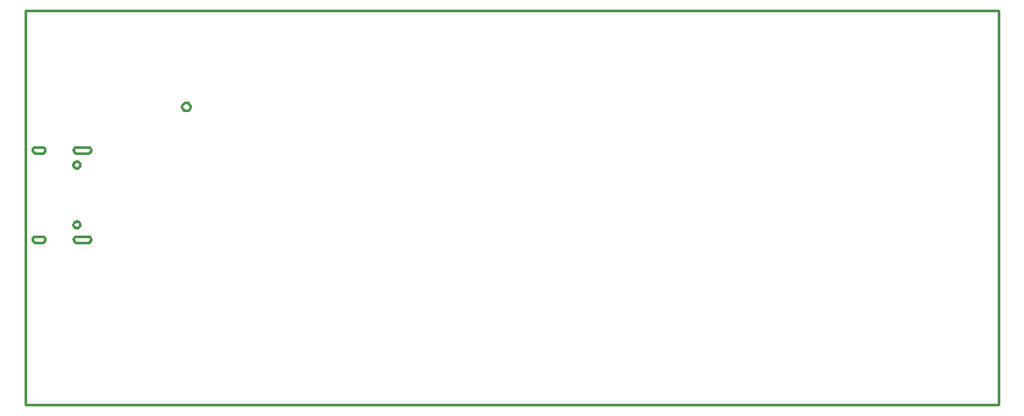
<source format=gko>
G04 EAGLE Gerber RS-274X export*
G75*
%MOMM*%
%FSLAX34Y34*%
%LPD*%
%IN*%
%IPPOS*%
%AMOC8*
5,1,8,0,0,1.08239X$1,22.5*%
G01*
%ADD10C,0.203200*%
%ADD11C,0.000000*%
%ADD12C,0.010000*%
%ADD13C,0.254000*%


D10*
X25400Y0D02*
X965200Y0D01*
X965200Y381000D01*
X25400Y381000D01*
X25400Y0D01*
D11*
X176180Y288290D02*
X176182Y288416D01*
X176188Y288542D01*
X176198Y288668D01*
X176212Y288794D01*
X176230Y288919D01*
X176252Y289043D01*
X176277Y289167D01*
X176307Y289290D01*
X176340Y289411D01*
X176378Y289532D01*
X176419Y289651D01*
X176464Y289770D01*
X176512Y289886D01*
X176564Y290001D01*
X176620Y290114D01*
X176680Y290226D01*
X176743Y290335D01*
X176809Y290443D01*
X176878Y290548D01*
X176951Y290651D01*
X177028Y290752D01*
X177107Y290850D01*
X177189Y290946D01*
X177275Y291039D01*
X177363Y291130D01*
X177454Y291217D01*
X177548Y291302D01*
X177644Y291383D01*
X177743Y291462D01*
X177844Y291537D01*
X177948Y291609D01*
X178054Y291678D01*
X178162Y291744D01*
X178272Y291806D01*
X178384Y291864D01*
X178497Y291919D01*
X178613Y291970D01*
X178730Y292018D01*
X178848Y292062D01*
X178968Y292102D01*
X179089Y292138D01*
X179211Y292171D01*
X179334Y292200D01*
X179458Y292224D01*
X179582Y292245D01*
X179707Y292262D01*
X179833Y292275D01*
X179959Y292284D01*
X180085Y292289D01*
X180212Y292290D01*
X180338Y292287D01*
X180464Y292280D01*
X180590Y292269D01*
X180715Y292254D01*
X180840Y292235D01*
X180964Y292212D01*
X181088Y292186D01*
X181210Y292155D01*
X181332Y292121D01*
X181452Y292082D01*
X181571Y292040D01*
X181689Y291995D01*
X181805Y291945D01*
X181920Y291892D01*
X182032Y291835D01*
X182143Y291775D01*
X182252Y291711D01*
X182359Y291644D01*
X182464Y291574D01*
X182567Y291500D01*
X182667Y291423D01*
X182765Y291343D01*
X182860Y291260D01*
X182952Y291174D01*
X183042Y291085D01*
X183129Y290993D01*
X183212Y290899D01*
X183293Y290802D01*
X183371Y290702D01*
X183446Y290600D01*
X183517Y290496D01*
X183585Y290389D01*
X183649Y290281D01*
X183710Y290170D01*
X183768Y290058D01*
X183822Y289944D01*
X183872Y289828D01*
X183919Y289711D01*
X183962Y289592D01*
X184001Y289472D01*
X184037Y289351D01*
X184068Y289228D01*
X184096Y289105D01*
X184120Y288981D01*
X184140Y288856D01*
X184156Y288731D01*
X184168Y288605D01*
X184176Y288479D01*
X184180Y288353D01*
X184180Y288227D01*
X184176Y288101D01*
X184168Y287975D01*
X184156Y287849D01*
X184140Y287724D01*
X184120Y287599D01*
X184096Y287475D01*
X184068Y287352D01*
X184037Y287229D01*
X184001Y287108D01*
X183962Y286988D01*
X183919Y286869D01*
X183872Y286752D01*
X183822Y286636D01*
X183768Y286522D01*
X183710Y286410D01*
X183649Y286299D01*
X183585Y286191D01*
X183517Y286084D01*
X183446Y285980D01*
X183371Y285878D01*
X183293Y285778D01*
X183212Y285681D01*
X183129Y285587D01*
X183042Y285495D01*
X182952Y285406D01*
X182860Y285320D01*
X182765Y285237D01*
X182667Y285157D01*
X182567Y285080D01*
X182464Y285006D01*
X182359Y284936D01*
X182252Y284869D01*
X182143Y284805D01*
X182032Y284745D01*
X181920Y284688D01*
X181805Y284635D01*
X181689Y284585D01*
X181571Y284540D01*
X181452Y284498D01*
X181332Y284459D01*
X181210Y284425D01*
X181088Y284394D01*
X180964Y284368D01*
X180840Y284345D01*
X180715Y284326D01*
X180590Y284311D01*
X180464Y284300D01*
X180338Y284293D01*
X180212Y284290D01*
X180085Y284291D01*
X179959Y284296D01*
X179833Y284305D01*
X179707Y284318D01*
X179582Y284335D01*
X179458Y284356D01*
X179334Y284380D01*
X179211Y284409D01*
X179089Y284442D01*
X178968Y284478D01*
X178848Y284518D01*
X178730Y284562D01*
X178613Y284610D01*
X178497Y284661D01*
X178384Y284716D01*
X178272Y284774D01*
X178162Y284836D01*
X178054Y284902D01*
X177948Y284971D01*
X177844Y285043D01*
X177743Y285118D01*
X177644Y285197D01*
X177548Y285278D01*
X177454Y285363D01*
X177363Y285450D01*
X177275Y285541D01*
X177189Y285634D01*
X177107Y285730D01*
X177028Y285828D01*
X176951Y285929D01*
X176878Y286032D01*
X176809Y286137D01*
X176743Y286245D01*
X176680Y286354D01*
X176620Y286466D01*
X176564Y286579D01*
X176512Y286694D01*
X176464Y286810D01*
X176419Y286929D01*
X176378Y287048D01*
X176340Y287169D01*
X176307Y287290D01*
X176277Y287413D01*
X176252Y287537D01*
X176230Y287661D01*
X176212Y287786D01*
X176198Y287912D01*
X176188Y288038D01*
X176182Y288164D01*
X176180Y288290D01*
X71200Y232100D02*
X71202Y232213D01*
X71208Y232327D01*
X71218Y232440D01*
X71232Y232552D01*
X71249Y232664D01*
X71271Y232776D01*
X71297Y232886D01*
X71326Y232996D01*
X71359Y233104D01*
X71396Y233212D01*
X71437Y233317D01*
X71481Y233422D01*
X71529Y233525D01*
X71580Y233626D01*
X71635Y233725D01*
X71694Y233822D01*
X71756Y233917D01*
X71821Y234010D01*
X71889Y234101D01*
X71960Y234189D01*
X72035Y234275D01*
X72112Y234358D01*
X72192Y234438D01*
X72275Y234515D01*
X72361Y234590D01*
X72449Y234661D01*
X72540Y234729D01*
X72633Y234794D01*
X72728Y234856D01*
X72825Y234915D01*
X72924Y234970D01*
X73025Y235021D01*
X73128Y235069D01*
X73233Y235113D01*
X73338Y235154D01*
X73446Y235191D01*
X73554Y235224D01*
X73664Y235253D01*
X73774Y235279D01*
X73886Y235301D01*
X73998Y235318D01*
X74110Y235332D01*
X74223Y235342D01*
X74337Y235348D01*
X74450Y235350D01*
X74563Y235348D01*
X74677Y235342D01*
X74790Y235332D01*
X74902Y235318D01*
X75014Y235301D01*
X75126Y235279D01*
X75236Y235253D01*
X75346Y235224D01*
X75454Y235191D01*
X75562Y235154D01*
X75667Y235113D01*
X75772Y235069D01*
X75875Y235021D01*
X75976Y234970D01*
X76075Y234915D01*
X76172Y234856D01*
X76267Y234794D01*
X76360Y234729D01*
X76451Y234661D01*
X76539Y234590D01*
X76625Y234515D01*
X76708Y234438D01*
X76788Y234358D01*
X76865Y234275D01*
X76940Y234189D01*
X77011Y234101D01*
X77079Y234010D01*
X77144Y233917D01*
X77206Y233822D01*
X77265Y233725D01*
X77320Y233626D01*
X77371Y233525D01*
X77419Y233422D01*
X77463Y233317D01*
X77504Y233212D01*
X77541Y233104D01*
X77574Y232996D01*
X77603Y232886D01*
X77629Y232776D01*
X77651Y232664D01*
X77668Y232552D01*
X77682Y232440D01*
X77692Y232327D01*
X77698Y232213D01*
X77700Y232100D01*
X77698Y231987D01*
X77692Y231873D01*
X77682Y231760D01*
X77668Y231648D01*
X77651Y231536D01*
X77629Y231424D01*
X77603Y231314D01*
X77574Y231204D01*
X77541Y231096D01*
X77504Y230988D01*
X77463Y230883D01*
X77419Y230778D01*
X77371Y230675D01*
X77320Y230574D01*
X77265Y230475D01*
X77206Y230378D01*
X77144Y230283D01*
X77079Y230190D01*
X77011Y230099D01*
X76940Y230011D01*
X76865Y229925D01*
X76788Y229842D01*
X76708Y229762D01*
X76625Y229685D01*
X76539Y229610D01*
X76451Y229539D01*
X76360Y229471D01*
X76267Y229406D01*
X76172Y229344D01*
X76075Y229285D01*
X75976Y229230D01*
X75875Y229179D01*
X75772Y229131D01*
X75667Y229087D01*
X75562Y229046D01*
X75454Y229009D01*
X75346Y228976D01*
X75236Y228947D01*
X75126Y228921D01*
X75014Y228899D01*
X74902Y228882D01*
X74790Y228868D01*
X74677Y228858D01*
X74563Y228852D01*
X74450Y228850D01*
X74337Y228852D01*
X74223Y228858D01*
X74110Y228868D01*
X73998Y228882D01*
X73886Y228899D01*
X73774Y228921D01*
X73664Y228947D01*
X73554Y228976D01*
X73446Y229009D01*
X73338Y229046D01*
X73233Y229087D01*
X73128Y229131D01*
X73025Y229179D01*
X72924Y229230D01*
X72825Y229285D01*
X72728Y229344D01*
X72633Y229406D01*
X72540Y229471D01*
X72449Y229539D01*
X72361Y229610D01*
X72275Y229685D01*
X72192Y229762D01*
X72112Y229842D01*
X72035Y229925D01*
X71960Y230011D01*
X71889Y230099D01*
X71821Y230190D01*
X71756Y230283D01*
X71694Y230378D01*
X71635Y230475D01*
X71580Y230574D01*
X71529Y230675D01*
X71481Y230778D01*
X71437Y230883D01*
X71396Y230988D01*
X71359Y231096D01*
X71326Y231204D01*
X71297Y231314D01*
X71271Y231424D01*
X71249Y231536D01*
X71232Y231648D01*
X71218Y231760D01*
X71208Y231873D01*
X71202Y231987D01*
X71200Y232100D01*
X71200Y174300D02*
X71202Y174413D01*
X71208Y174527D01*
X71218Y174640D01*
X71232Y174752D01*
X71249Y174864D01*
X71271Y174976D01*
X71297Y175086D01*
X71326Y175196D01*
X71359Y175304D01*
X71396Y175412D01*
X71437Y175517D01*
X71481Y175622D01*
X71529Y175725D01*
X71580Y175826D01*
X71635Y175925D01*
X71694Y176022D01*
X71756Y176117D01*
X71821Y176210D01*
X71889Y176301D01*
X71960Y176389D01*
X72035Y176475D01*
X72112Y176558D01*
X72192Y176638D01*
X72275Y176715D01*
X72361Y176790D01*
X72449Y176861D01*
X72540Y176929D01*
X72633Y176994D01*
X72728Y177056D01*
X72825Y177115D01*
X72924Y177170D01*
X73025Y177221D01*
X73128Y177269D01*
X73233Y177313D01*
X73338Y177354D01*
X73446Y177391D01*
X73554Y177424D01*
X73664Y177453D01*
X73774Y177479D01*
X73886Y177501D01*
X73998Y177518D01*
X74110Y177532D01*
X74223Y177542D01*
X74337Y177548D01*
X74450Y177550D01*
X74563Y177548D01*
X74677Y177542D01*
X74790Y177532D01*
X74902Y177518D01*
X75014Y177501D01*
X75126Y177479D01*
X75236Y177453D01*
X75346Y177424D01*
X75454Y177391D01*
X75562Y177354D01*
X75667Y177313D01*
X75772Y177269D01*
X75875Y177221D01*
X75976Y177170D01*
X76075Y177115D01*
X76172Y177056D01*
X76267Y176994D01*
X76360Y176929D01*
X76451Y176861D01*
X76539Y176790D01*
X76625Y176715D01*
X76708Y176638D01*
X76788Y176558D01*
X76865Y176475D01*
X76940Y176389D01*
X77011Y176301D01*
X77079Y176210D01*
X77144Y176117D01*
X77206Y176022D01*
X77265Y175925D01*
X77320Y175826D01*
X77371Y175725D01*
X77419Y175622D01*
X77463Y175517D01*
X77504Y175412D01*
X77541Y175304D01*
X77574Y175196D01*
X77603Y175086D01*
X77629Y174976D01*
X77651Y174864D01*
X77668Y174752D01*
X77682Y174640D01*
X77692Y174527D01*
X77698Y174413D01*
X77700Y174300D01*
X77698Y174187D01*
X77692Y174073D01*
X77682Y173960D01*
X77668Y173848D01*
X77651Y173736D01*
X77629Y173624D01*
X77603Y173514D01*
X77574Y173404D01*
X77541Y173296D01*
X77504Y173188D01*
X77463Y173083D01*
X77419Y172978D01*
X77371Y172875D01*
X77320Y172774D01*
X77265Y172675D01*
X77206Y172578D01*
X77144Y172483D01*
X77079Y172390D01*
X77011Y172299D01*
X76940Y172211D01*
X76865Y172125D01*
X76788Y172042D01*
X76708Y171962D01*
X76625Y171885D01*
X76539Y171810D01*
X76451Y171739D01*
X76360Y171671D01*
X76267Y171606D01*
X76172Y171544D01*
X76075Y171485D01*
X75976Y171430D01*
X75875Y171379D01*
X75772Y171331D01*
X75667Y171287D01*
X75562Y171246D01*
X75454Y171209D01*
X75346Y171176D01*
X75236Y171147D01*
X75126Y171121D01*
X75014Y171099D01*
X74902Y171082D01*
X74790Y171068D01*
X74677Y171058D01*
X74563Y171052D01*
X74450Y171050D01*
X74337Y171052D01*
X74223Y171058D01*
X74110Y171068D01*
X73998Y171082D01*
X73886Y171099D01*
X73774Y171121D01*
X73664Y171147D01*
X73554Y171176D01*
X73446Y171209D01*
X73338Y171246D01*
X73233Y171287D01*
X73128Y171331D01*
X73025Y171379D01*
X72924Y171430D01*
X72825Y171485D01*
X72728Y171544D01*
X72633Y171606D01*
X72540Y171671D01*
X72449Y171739D01*
X72361Y171810D01*
X72275Y171885D01*
X72192Y171962D01*
X72112Y172042D01*
X72035Y172125D01*
X71960Y172211D01*
X71889Y172299D01*
X71821Y172390D01*
X71756Y172483D01*
X71694Y172578D01*
X71635Y172675D01*
X71580Y172774D01*
X71529Y172875D01*
X71481Y172978D01*
X71437Y173083D01*
X71396Y173188D01*
X71359Y173296D01*
X71326Y173404D01*
X71297Y173514D01*
X71271Y173624D01*
X71249Y173736D01*
X71232Y173848D01*
X71218Y173960D01*
X71208Y174073D01*
X71202Y174187D01*
X71200Y174300D01*
D12*
X41100Y249400D02*
X34900Y249400D01*
X34900Y243400D02*
X41100Y243400D01*
X41208Y243402D01*
X41316Y243408D01*
X41424Y243418D01*
X41532Y243431D01*
X41639Y243449D01*
X41745Y243470D01*
X41850Y243495D01*
X41955Y243524D01*
X42058Y243557D01*
X42160Y243593D01*
X42261Y243634D01*
X42360Y243677D01*
X42457Y243725D01*
X42553Y243775D01*
X42647Y243829D01*
X42738Y243887D01*
X42828Y243948D01*
X42916Y244012D01*
X43001Y244079D01*
X43083Y244149D01*
X43163Y244222D01*
X43240Y244298D01*
X43315Y244377D01*
X43386Y244458D01*
X43455Y244542D01*
X43521Y244628D01*
X43583Y244716D01*
X43642Y244807D01*
X43698Y244900D01*
X43751Y244995D01*
X43800Y245091D01*
X43845Y245190D01*
X43887Y245290D01*
X43925Y245391D01*
X43960Y245494D01*
X43991Y245597D01*
X44018Y245702D01*
X44041Y245808D01*
X44060Y245915D01*
X44076Y246022D01*
X44088Y246130D01*
X44096Y246238D01*
X44100Y246346D01*
X44100Y246454D01*
X44096Y246562D01*
X44088Y246670D01*
X44076Y246778D01*
X44060Y246885D01*
X44041Y246992D01*
X44018Y247098D01*
X43991Y247203D01*
X43960Y247306D01*
X43925Y247409D01*
X43887Y247510D01*
X43845Y247610D01*
X43800Y247709D01*
X43751Y247805D01*
X43698Y247900D01*
X43642Y247993D01*
X43583Y248084D01*
X43521Y248172D01*
X43455Y248258D01*
X43386Y248342D01*
X43315Y248423D01*
X43240Y248502D01*
X43163Y248578D01*
X43083Y248651D01*
X43001Y248721D01*
X42916Y248788D01*
X42828Y248852D01*
X42738Y248913D01*
X42647Y248971D01*
X42553Y249025D01*
X42457Y249075D01*
X42360Y249123D01*
X42261Y249166D01*
X42160Y249207D01*
X42058Y249243D01*
X41955Y249276D01*
X41850Y249305D01*
X41745Y249330D01*
X41639Y249351D01*
X41532Y249369D01*
X41424Y249382D01*
X41316Y249392D01*
X41208Y249398D01*
X41100Y249400D01*
X34900Y249400D02*
X34792Y249398D01*
X34684Y249392D01*
X34576Y249382D01*
X34468Y249369D01*
X34361Y249351D01*
X34255Y249330D01*
X34150Y249305D01*
X34045Y249276D01*
X33942Y249243D01*
X33840Y249207D01*
X33739Y249166D01*
X33640Y249123D01*
X33543Y249075D01*
X33447Y249025D01*
X33353Y248971D01*
X33262Y248913D01*
X33172Y248852D01*
X33084Y248788D01*
X32999Y248721D01*
X32917Y248651D01*
X32837Y248578D01*
X32760Y248502D01*
X32685Y248423D01*
X32614Y248342D01*
X32545Y248258D01*
X32479Y248172D01*
X32417Y248084D01*
X32358Y247993D01*
X32302Y247900D01*
X32249Y247805D01*
X32200Y247709D01*
X32155Y247610D01*
X32113Y247510D01*
X32075Y247409D01*
X32040Y247306D01*
X32009Y247203D01*
X31982Y247098D01*
X31959Y246992D01*
X31940Y246885D01*
X31924Y246778D01*
X31912Y246670D01*
X31904Y246562D01*
X31900Y246454D01*
X31900Y246346D01*
X31904Y246238D01*
X31912Y246130D01*
X31924Y246022D01*
X31940Y245915D01*
X31959Y245808D01*
X31982Y245702D01*
X32009Y245597D01*
X32040Y245494D01*
X32075Y245391D01*
X32113Y245290D01*
X32155Y245190D01*
X32200Y245091D01*
X32249Y244995D01*
X32302Y244900D01*
X32358Y244807D01*
X32417Y244716D01*
X32479Y244628D01*
X32545Y244542D01*
X32614Y244458D01*
X32685Y244377D01*
X32760Y244298D01*
X32837Y244222D01*
X32917Y244149D01*
X32999Y244079D01*
X33084Y244012D01*
X33172Y243948D01*
X33262Y243887D01*
X33353Y243829D01*
X33447Y243775D01*
X33543Y243725D01*
X33640Y243677D01*
X33739Y243634D01*
X33840Y243593D01*
X33942Y243557D01*
X34045Y243524D01*
X34150Y243495D01*
X34255Y243470D01*
X34361Y243449D01*
X34468Y243431D01*
X34576Y243418D01*
X34684Y243408D01*
X34792Y243402D01*
X34900Y243400D01*
X74250Y249400D02*
X85250Y249400D01*
X85250Y243400D02*
X74250Y243400D01*
X74142Y243402D01*
X74034Y243408D01*
X73926Y243418D01*
X73818Y243431D01*
X73711Y243449D01*
X73605Y243470D01*
X73500Y243495D01*
X73395Y243524D01*
X73292Y243557D01*
X73190Y243593D01*
X73089Y243634D01*
X72990Y243677D01*
X72893Y243725D01*
X72797Y243775D01*
X72703Y243829D01*
X72612Y243887D01*
X72522Y243948D01*
X72434Y244012D01*
X72349Y244079D01*
X72267Y244149D01*
X72187Y244222D01*
X72110Y244298D01*
X72035Y244377D01*
X71964Y244458D01*
X71895Y244542D01*
X71829Y244628D01*
X71767Y244716D01*
X71708Y244807D01*
X71652Y244900D01*
X71599Y244995D01*
X71550Y245091D01*
X71505Y245190D01*
X71463Y245290D01*
X71425Y245391D01*
X71390Y245494D01*
X71359Y245597D01*
X71332Y245702D01*
X71309Y245808D01*
X71290Y245915D01*
X71274Y246022D01*
X71262Y246130D01*
X71254Y246238D01*
X71250Y246346D01*
X71250Y246454D01*
X71254Y246562D01*
X71262Y246670D01*
X71274Y246778D01*
X71290Y246885D01*
X71309Y246992D01*
X71332Y247098D01*
X71359Y247203D01*
X71390Y247306D01*
X71425Y247409D01*
X71463Y247510D01*
X71505Y247610D01*
X71550Y247709D01*
X71599Y247805D01*
X71652Y247900D01*
X71708Y247993D01*
X71767Y248084D01*
X71829Y248172D01*
X71895Y248258D01*
X71964Y248342D01*
X72035Y248423D01*
X72110Y248502D01*
X72187Y248578D01*
X72267Y248651D01*
X72349Y248721D01*
X72434Y248788D01*
X72522Y248852D01*
X72612Y248913D01*
X72703Y248971D01*
X72797Y249025D01*
X72893Y249075D01*
X72990Y249123D01*
X73089Y249166D01*
X73190Y249207D01*
X73292Y249243D01*
X73395Y249276D01*
X73500Y249305D01*
X73605Y249330D01*
X73711Y249351D01*
X73818Y249369D01*
X73926Y249382D01*
X74034Y249392D01*
X74142Y249398D01*
X74250Y249400D01*
X85250Y249400D02*
X85358Y249398D01*
X85466Y249392D01*
X85574Y249382D01*
X85682Y249369D01*
X85789Y249351D01*
X85895Y249330D01*
X86000Y249305D01*
X86105Y249276D01*
X86208Y249243D01*
X86310Y249207D01*
X86411Y249166D01*
X86510Y249123D01*
X86607Y249075D01*
X86703Y249025D01*
X86797Y248971D01*
X86888Y248913D01*
X86978Y248852D01*
X87066Y248788D01*
X87151Y248721D01*
X87233Y248651D01*
X87313Y248578D01*
X87390Y248502D01*
X87465Y248423D01*
X87536Y248342D01*
X87605Y248258D01*
X87671Y248172D01*
X87733Y248084D01*
X87792Y247993D01*
X87848Y247900D01*
X87901Y247805D01*
X87950Y247709D01*
X87995Y247610D01*
X88037Y247510D01*
X88075Y247409D01*
X88110Y247306D01*
X88141Y247203D01*
X88168Y247098D01*
X88191Y246992D01*
X88210Y246885D01*
X88226Y246778D01*
X88238Y246670D01*
X88246Y246562D01*
X88250Y246454D01*
X88250Y246346D01*
X88246Y246238D01*
X88238Y246130D01*
X88226Y246022D01*
X88210Y245915D01*
X88191Y245808D01*
X88168Y245702D01*
X88141Y245597D01*
X88110Y245494D01*
X88075Y245391D01*
X88037Y245290D01*
X87995Y245190D01*
X87950Y245091D01*
X87901Y244995D01*
X87848Y244900D01*
X87792Y244807D01*
X87733Y244716D01*
X87671Y244628D01*
X87605Y244542D01*
X87536Y244458D01*
X87465Y244377D01*
X87390Y244298D01*
X87313Y244222D01*
X87233Y244149D01*
X87151Y244079D01*
X87066Y244012D01*
X86978Y243948D01*
X86888Y243887D01*
X86797Y243829D01*
X86703Y243775D01*
X86607Y243725D01*
X86510Y243677D01*
X86411Y243634D01*
X86310Y243593D01*
X86208Y243557D01*
X86105Y243524D01*
X86000Y243495D01*
X85895Y243470D01*
X85789Y243449D01*
X85682Y243431D01*
X85574Y243418D01*
X85466Y243408D01*
X85358Y243402D01*
X85250Y243400D01*
X41100Y163000D02*
X34900Y163000D01*
X34900Y157000D02*
X41100Y157000D01*
X41208Y157002D01*
X41316Y157008D01*
X41424Y157018D01*
X41532Y157031D01*
X41639Y157049D01*
X41745Y157070D01*
X41850Y157095D01*
X41955Y157124D01*
X42058Y157157D01*
X42160Y157193D01*
X42261Y157234D01*
X42360Y157277D01*
X42457Y157325D01*
X42553Y157375D01*
X42647Y157429D01*
X42738Y157487D01*
X42828Y157548D01*
X42916Y157612D01*
X43001Y157679D01*
X43083Y157749D01*
X43163Y157822D01*
X43240Y157898D01*
X43315Y157977D01*
X43386Y158058D01*
X43455Y158142D01*
X43521Y158228D01*
X43583Y158316D01*
X43642Y158407D01*
X43698Y158500D01*
X43751Y158595D01*
X43800Y158691D01*
X43845Y158790D01*
X43887Y158890D01*
X43925Y158991D01*
X43960Y159094D01*
X43991Y159197D01*
X44018Y159302D01*
X44041Y159408D01*
X44060Y159515D01*
X44076Y159622D01*
X44088Y159730D01*
X44096Y159838D01*
X44100Y159946D01*
X44100Y160054D01*
X44096Y160162D01*
X44088Y160270D01*
X44076Y160378D01*
X44060Y160485D01*
X44041Y160592D01*
X44018Y160698D01*
X43991Y160803D01*
X43960Y160906D01*
X43925Y161009D01*
X43887Y161110D01*
X43845Y161210D01*
X43800Y161309D01*
X43751Y161405D01*
X43698Y161500D01*
X43642Y161593D01*
X43583Y161684D01*
X43521Y161772D01*
X43455Y161858D01*
X43386Y161942D01*
X43315Y162023D01*
X43240Y162102D01*
X43163Y162178D01*
X43083Y162251D01*
X43001Y162321D01*
X42916Y162388D01*
X42828Y162452D01*
X42738Y162513D01*
X42647Y162571D01*
X42553Y162625D01*
X42457Y162675D01*
X42360Y162723D01*
X42261Y162766D01*
X42160Y162807D01*
X42058Y162843D01*
X41955Y162876D01*
X41850Y162905D01*
X41745Y162930D01*
X41639Y162951D01*
X41532Y162969D01*
X41424Y162982D01*
X41316Y162992D01*
X41208Y162998D01*
X41100Y163000D01*
X34900Y163000D02*
X34792Y162998D01*
X34684Y162992D01*
X34576Y162982D01*
X34468Y162969D01*
X34361Y162951D01*
X34255Y162930D01*
X34150Y162905D01*
X34045Y162876D01*
X33942Y162843D01*
X33840Y162807D01*
X33739Y162766D01*
X33640Y162723D01*
X33543Y162675D01*
X33447Y162625D01*
X33353Y162571D01*
X33262Y162513D01*
X33172Y162452D01*
X33084Y162388D01*
X32999Y162321D01*
X32917Y162251D01*
X32837Y162178D01*
X32760Y162102D01*
X32685Y162023D01*
X32614Y161942D01*
X32545Y161858D01*
X32479Y161772D01*
X32417Y161684D01*
X32358Y161593D01*
X32302Y161500D01*
X32249Y161405D01*
X32200Y161309D01*
X32155Y161210D01*
X32113Y161110D01*
X32075Y161009D01*
X32040Y160906D01*
X32009Y160803D01*
X31982Y160698D01*
X31959Y160592D01*
X31940Y160485D01*
X31924Y160378D01*
X31912Y160270D01*
X31904Y160162D01*
X31900Y160054D01*
X31900Y159946D01*
X31904Y159838D01*
X31912Y159730D01*
X31924Y159622D01*
X31940Y159515D01*
X31959Y159408D01*
X31982Y159302D01*
X32009Y159197D01*
X32040Y159094D01*
X32075Y158991D01*
X32113Y158890D01*
X32155Y158790D01*
X32200Y158691D01*
X32249Y158595D01*
X32302Y158500D01*
X32358Y158407D01*
X32417Y158316D01*
X32479Y158228D01*
X32545Y158142D01*
X32614Y158058D01*
X32685Y157977D01*
X32760Y157898D01*
X32837Y157822D01*
X32917Y157749D01*
X32999Y157679D01*
X33084Y157612D01*
X33172Y157548D01*
X33262Y157487D01*
X33353Y157429D01*
X33447Y157375D01*
X33543Y157325D01*
X33640Y157277D01*
X33739Y157234D01*
X33840Y157193D01*
X33942Y157157D01*
X34045Y157124D01*
X34150Y157095D01*
X34255Y157070D01*
X34361Y157049D01*
X34468Y157031D01*
X34576Y157018D01*
X34684Y157008D01*
X34792Y157002D01*
X34900Y157000D01*
X74250Y163000D02*
X85250Y163000D01*
X85250Y157000D02*
X74250Y157000D01*
X74142Y157002D01*
X74034Y157008D01*
X73926Y157018D01*
X73818Y157031D01*
X73711Y157049D01*
X73605Y157070D01*
X73500Y157095D01*
X73395Y157124D01*
X73292Y157157D01*
X73190Y157193D01*
X73089Y157234D01*
X72990Y157277D01*
X72893Y157325D01*
X72797Y157375D01*
X72703Y157429D01*
X72612Y157487D01*
X72522Y157548D01*
X72434Y157612D01*
X72349Y157679D01*
X72267Y157749D01*
X72187Y157822D01*
X72110Y157898D01*
X72035Y157977D01*
X71964Y158058D01*
X71895Y158142D01*
X71829Y158228D01*
X71767Y158316D01*
X71708Y158407D01*
X71652Y158500D01*
X71599Y158595D01*
X71550Y158691D01*
X71505Y158790D01*
X71463Y158890D01*
X71425Y158991D01*
X71390Y159094D01*
X71359Y159197D01*
X71332Y159302D01*
X71309Y159408D01*
X71290Y159515D01*
X71274Y159622D01*
X71262Y159730D01*
X71254Y159838D01*
X71250Y159946D01*
X71250Y160054D01*
X71254Y160162D01*
X71262Y160270D01*
X71274Y160378D01*
X71290Y160485D01*
X71309Y160592D01*
X71332Y160698D01*
X71359Y160803D01*
X71390Y160906D01*
X71425Y161009D01*
X71463Y161110D01*
X71505Y161210D01*
X71550Y161309D01*
X71599Y161405D01*
X71652Y161500D01*
X71708Y161593D01*
X71767Y161684D01*
X71829Y161772D01*
X71895Y161858D01*
X71964Y161942D01*
X72035Y162023D01*
X72110Y162102D01*
X72187Y162178D01*
X72267Y162251D01*
X72349Y162321D01*
X72434Y162388D01*
X72522Y162452D01*
X72612Y162513D01*
X72703Y162571D01*
X72797Y162625D01*
X72893Y162675D01*
X72990Y162723D01*
X73089Y162766D01*
X73190Y162807D01*
X73292Y162843D01*
X73395Y162876D01*
X73500Y162905D01*
X73605Y162930D01*
X73711Y162951D01*
X73818Y162969D01*
X73926Y162982D01*
X74034Y162992D01*
X74142Y162998D01*
X74250Y163000D01*
X85250Y163000D02*
X85358Y162998D01*
X85466Y162992D01*
X85574Y162982D01*
X85682Y162969D01*
X85789Y162951D01*
X85895Y162930D01*
X86000Y162905D01*
X86105Y162876D01*
X86208Y162843D01*
X86310Y162807D01*
X86411Y162766D01*
X86510Y162723D01*
X86607Y162675D01*
X86703Y162625D01*
X86797Y162571D01*
X86888Y162513D01*
X86978Y162452D01*
X87066Y162388D01*
X87151Y162321D01*
X87233Y162251D01*
X87313Y162178D01*
X87390Y162102D01*
X87465Y162023D01*
X87536Y161942D01*
X87605Y161858D01*
X87671Y161772D01*
X87733Y161684D01*
X87792Y161593D01*
X87848Y161500D01*
X87901Y161405D01*
X87950Y161309D01*
X87995Y161210D01*
X88037Y161110D01*
X88075Y161009D01*
X88110Y160906D01*
X88141Y160803D01*
X88168Y160698D01*
X88191Y160592D01*
X88210Y160485D01*
X88226Y160378D01*
X88238Y160270D01*
X88246Y160162D01*
X88250Y160054D01*
X88250Y159946D01*
X88246Y159838D01*
X88238Y159730D01*
X88226Y159622D01*
X88210Y159515D01*
X88191Y159408D01*
X88168Y159302D01*
X88141Y159197D01*
X88110Y159094D01*
X88075Y158991D01*
X88037Y158890D01*
X87995Y158790D01*
X87950Y158691D01*
X87901Y158595D01*
X87848Y158500D01*
X87792Y158407D01*
X87733Y158316D01*
X87671Y158228D01*
X87605Y158142D01*
X87536Y158058D01*
X87465Y157977D01*
X87390Y157898D01*
X87313Y157822D01*
X87233Y157749D01*
X87151Y157679D01*
X87066Y157612D01*
X86978Y157548D01*
X86888Y157487D01*
X86797Y157429D01*
X86703Y157375D01*
X86607Y157325D01*
X86510Y157277D01*
X86411Y157234D01*
X86310Y157193D01*
X86208Y157157D01*
X86105Y157124D01*
X86000Y157095D01*
X85895Y157070D01*
X85789Y157049D01*
X85682Y157031D01*
X85574Y157018D01*
X85466Y157008D01*
X85358Y157002D01*
X85250Y157000D01*
X41100Y249400D02*
X34900Y249400D01*
X34900Y243400D02*
X41100Y243400D01*
X41208Y243402D01*
X41316Y243408D01*
X41424Y243418D01*
X41532Y243431D01*
X41639Y243449D01*
X41745Y243470D01*
X41850Y243495D01*
X41955Y243524D01*
X42058Y243557D01*
X42160Y243593D01*
X42261Y243634D01*
X42360Y243677D01*
X42457Y243725D01*
X42553Y243775D01*
X42647Y243829D01*
X42738Y243887D01*
X42828Y243948D01*
X42916Y244012D01*
X43001Y244079D01*
X43083Y244149D01*
X43163Y244222D01*
X43240Y244298D01*
X43315Y244377D01*
X43386Y244458D01*
X43455Y244542D01*
X43521Y244628D01*
X43583Y244716D01*
X43642Y244807D01*
X43698Y244900D01*
X43751Y244995D01*
X43800Y245091D01*
X43845Y245190D01*
X43887Y245290D01*
X43925Y245391D01*
X43960Y245494D01*
X43991Y245597D01*
X44018Y245702D01*
X44041Y245808D01*
X44060Y245915D01*
X44076Y246022D01*
X44088Y246130D01*
X44096Y246238D01*
X44100Y246346D01*
X44100Y246454D01*
X44096Y246562D01*
X44088Y246670D01*
X44076Y246778D01*
X44060Y246885D01*
X44041Y246992D01*
X44018Y247098D01*
X43991Y247203D01*
X43960Y247306D01*
X43925Y247409D01*
X43887Y247510D01*
X43845Y247610D01*
X43800Y247709D01*
X43751Y247805D01*
X43698Y247900D01*
X43642Y247993D01*
X43583Y248084D01*
X43521Y248172D01*
X43455Y248258D01*
X43386Y248342D01*
X43315Y248423D01*
X43240Y248502D01*
X43163Y248578D01*
X43083Y248651D01*
X43001Y248721D01*
X42916Y248788D01*
X42828Y248852D01*
X42738Y248913D01*
X42647Y248971D01*
X42553Y249025D01*
X42457Y249075D01*
X42360Y249123D01*
X42261Y249166D01*
X42160Y249207D01*
X42058Y249243D01*
X41955Y249276D01*
X41850Y249305D01*
X41745Y249330D01*
X41639Y249351D01*
X41532Y249369D01*
X41424Y249382D01*
X41316Y249392D01*
X41208Y249398D01*
X41100Y249400D01*
X34900Y249400D02*
X34792Y249398D01*
X34684Y249392D01*
X34576Y249382D01*
X34468Y249369D01*
X34361Y249351D01*
X34255Y249330D01*
X34150Y249305D01*
X34045Y249276D01*
X33942Y249243D01*
X33840Y249207D01*
X33739Y249166D01*
X33640Y249123D01*
X33543Y249075D01*
X33447Y249025D01*
X33353Y248971D01*
X33262Y248913D01*
X33172Y248852D01*
X33084Y248788D01*
X32999Y248721D01*
X32917Y248651D01*
X32837Y248578D01*
X32760Y248502D01*
X32685Y248423D01*
X32614Y248342D01*
X32545Y248258D01*
X32479Y248172D01*
X32417Y248084D01*
X32358Y247993D01*
X32302Y247900D01*
X32249Y247805D01*
X32200Y247709D01*
X32155Y247610D01*
X32113Y247510D01*
X32075Y247409D01*
X32040Y247306D01*
X32009Y247203D01*
X31982Y247098D01*
X31959Y246992D01*
X31940Y246885D01*
X31924Y246778D01*
X31912Y246670D01*
X31904Y246562D01*
X31900Y246454D01*
X31900Y246346D01*
X31904Y246238D01*
X31912Y246130D01*
X31924Y246022D01*
X31940Y245915D01*
X31959Y245808D01*
X31982Y245702D01*
X32009Y245597D01*
X32040Y245494D01*
X32075Y245391D01*
X32113Y245290D01*
X32155Y245190D01*
X32200Y245091D01*
X32249Y244995D01*
X32302Y244900D01*
X32358Y244807D01*
X32417Y244716D01*
X32479Y244628D01*
X32545Y244542D01*
X32614Y244458D01*
X32685Y244377D01*
X32760Y244298D01*
X32837Y244222D01*
X32917Y244149D01*
X32999Y244079D01*
X33084Y244012D01*
X33172Y243948D01*
X33262Y243887D01*
X33353Y243829D01*
X33447Y243775D01*
X33543Y243725D01*
X33640Y243677D01*
X33739Y243634D01*
X33840Y243593D01*
X33942Y243557D01*
X34045Y243524D01*
X34150Y243495D01*
X34255Y243470D01*
X34361Y243449D01*
X34468Y243431D01*
X34576Y243418D01*
X34684Y243408D01*
X34792Y243402D01*
X34900Y243400D01*
X74250Y249400D02*
X85250Y249400D01*
X85250Y243400D02*
X74250Y243400D01*
X74142Y243402D01*
X74034Y243408D01*
X73926Y243418D01*
X73818Y243431D01*
X73711Y243449D01*
X73605Y243470D01*
X73500Y243495D01*
X73395Y243524D01*
X73292Y243557D01*
X73190Y243593D01*
X73089Y243634D01*
X72990Y243677D01*
X72893Y243725D01*
X72797Y243775D01*
X72703Y243829D01*
X72612Y243887D01*
X72522Y243948D01*
X72434Y244012D01*
X72349Y244079D01*
X72267Y244149D01*
X72187Y244222D01*
X72110Y244298D01*
X72035Y244377D01*
X71964Y244458D01*
X71895Y244542D01*
X71829Y244628D01*
X71767Y244716D01*
X71708Y244807D01*
X71652Y244900D01*
X71599Y244995D01*
X71550Y245091D01*
X71505Y245190D01*
X71463Y245290D01*
X71425Y245391D01*
X71390Y245494D01*
X71359Y245597D01*
X71332Y245702D01*
X71309Y245808D01*
X71290Y245915D01*
X71274Y246022D01*
X71262Y246130D01*
X71254Y246238D01*
X71250Y246346D01*
X71250Y246454D01*
X71254Y246562D01*
X71262Y246670D01*
X71274Y246778D01*
X71290Y246885D01*
X71309Y246992D01*
X71332Y247098D01*
X71359Y247203D01*
X71390Y247306D01*
X71425Y247409D01*
X71463Y247510D01*
X71505Y247610D01*
X71550Y247709D01*
X71599Y247805D01*
X71652Y247900D01*
X71708Y247993D01*
X71767Y248084D01*
X71829Y248172D01*
X71895Y248258D01*
X71964Y248342D01*
X72035Y248423D01*
X72110Y248502D01*
X72187Y248578D01*
X72267Y248651D01*
X72349Y248721D01*
X72434Y248788D01*
X72522Y248852D01*
X72612Y248913D01*
X72703Y248971D01*
X72797Y249025D01*
X72893Y249075D01*
X72990Y249123D01*
X73089Y249166D01*
X73190Y249207D01*
X73292Y249243D01*
X73395Y249276D01*
X73500Y249305D01*
X73605Y249330D01*
X73711Y249351D01*
X73818Y249369D01*
X73926Y249382D01*
X74034Y249392D01*
X74142Y249398D01*
X74250Y249400D01*
X85250Y249400D02*
X85358Y249398D01*
X85466Y249392D01*
X85574Y249382D01*
X85682Y249369D01*
X85789Y249351D01*
X85895Y249330D01*
X86000Y249305D01*
X86105Y249276D01*
X86208Y249243D01*
X86310Y249207D01*
X86411Y249166D01*
X86510Y249123D01*
X86607Y249075D01*
X86703Y249025D01*
X86797Y248971D01*
X86888Y248913D01*
X86978Y248852D01*
X87066Y248788D01*
X87151Y248721D01*
X87233Y248651D01*
X87313Y248578D01*
X87390Y248502D01*
X87465Y248423D01*
X87536Y248342D01*
X87605Y248258D01*
X87671Y248172D01*
X87733Y248084D01*
X87792Y247993D01*
X87848Y247900D01*
X87901Y247805D01*
X87950Y247709D01*
X87995Y247610D01*
X88037Y247510D01*
X88075Y247409D01*
X88110Y247306D01*
X88141Y247203D01*
X88168Y247098D01*
X88191Y246992D01*
X88210Y246885D01*
X88226Y246778D01*
X88238Y246670D01*
X88246Y246562D01*
X88250Y246454D01*
X88250Y246346D01*
X88246Y246238D01*
X88238Y246130D01*
X88226Y246022D01*
X88210Y245915D01*
X88191Y245808D01*
X88168Y245702D01*
X88141Y245597D01*
X88110Y245494D01*
X88075Y245391D01*
X88037Y245290D01*
X87995Y245190D01*
X87950Y245091D01*
X87901Y244995D01*
X87848Y244900D01*
X87792Y244807D01*
X87733Y244716D01*
X87671Y244628D01*
X87605Y244542D01*
X87536Y244458D01*
X87465Y244377D01*
X87390Y244298D01*
X87313Y244222D01*
X87233Y244149D01*
X87151Y244079D01*
X87066Y244012D01*
X86978Y243948D01*
X86888Y243887D01*
X86797Y243829D01*
X86703Y243775D01*
X86607Y243725D01*
X86510Y243677D01*
X86411Y243634D01*
X86310Y243593D01*
X86208Y243557D01*
X86105Y243524D01*
X86000Y243495D01*
X85895Y243470D01*
X85789Y243449D01*
X85682Y243431D01*
X85574Y243418D01*
X85466Y243408D01*
X85358Y243402D01*
X85250Y243400D01*
X41100Y163000D02*
X34900Y163000D01*
X34900Y157000D02*
X41100Y157000D01*
X41208Y157002D01*
X41316Y157008D01*
X41424Y157018D01*
X41532Y157031D01*
X41639Y157049D01*
X41745Y157070D01*
X41850Y157095D01*
X41955Y157124D01*
X42058Y157157D01*
X42160Y157193D01*
X42261Y157234D01*
X42360Y157277D01*
X42457Y157325D01*
X42553Y157375D01*
X42647Y157429D01*
X42738Y157487D01*
X42828Y157548D01*
X42916Y157612D01*
X43001Y157679D01*
X43083Y157749D01*
X43163Y157822D01*
X43240Y157898D01*
X43315Y157977D01*
X43386Y158058D01*
X43455Y158142D01*
X43521Y158228D01*
X43583Y158316D01*
X43642Y158407D01*
X43698Y158500D01*
X43751Y158595D01*
X43800Y158691D01*
X43845Y158790D01*
X43887Y158890D01*
X43925Y158991D01*
X43960Y159094D01*
X43991Y159197D01*
X44018Y159302D01*
X44041Y159408D01*
X44060Y159515D01*
X44076Y159622D01*
X44088Y159730D01*
X44096Y159838D01*
X44100Y159946D01*
X44100Y160054D01*
X44096Y160162D01*
X44088Y160270D01*
X44076Y160378D01*
X44060Y160485D01*
X44041Y160592D01*
X44018Y160698D01*
X43991Y160803D01*
X43960Y160906D01*
X43925Y161009D01*
X43887Y161110D01*
X43845Y161210D01*
X43800Y161309D01*
X43751Y161405D01*
X43698Y161500D01*
X43642Y161593D01*
X43583Y161684D01*
X43521Y161772D01*
X43455Y161858D01*
X43386Y161942D01*
X43315Y162023D01*
X43240Y162102D01*
X43163Y162178D01*
X43083Y162251D01*
X43001Y162321D01*
X42916Y162388D01*
X42828Y162452D01*
X42738Y162513D01*
X42647Y162571D01*
X42553Y162625D01*
X42457Y162675D01*
X42360Y162723D01*
X42261Y162766D01*
X42160Y162807D01*
X42058Y162843D01*
X41955Y162876D01*
X41850Y162905D01*
X41745Y162930D01*
X41639Y162951D01*
X41532Y162969D01*
X41424Y162982D01*
X41316Y162992D01*
X41208Y162998D01*
X41100Y163000D01*
X34900Y163000D02*
X34792Y162998D01*
X34684Y162992D01*
X34576Y162982D01*
X34468Y162969D01*
X34361Y162951D01*
X34255Y162930D01*
X34150Y162905D01*
X34045Y162876D01*
X33942Y162843D01*
X33840Y162807D01*
X33739Y162766D01*
X33640Y162723D01*
X33543Y162675D01*
X33447Y162625D01*
X33353Y162571D01*
X33262Y162513D01*
X33172Y162452D01*
X33084Y162388D01*
X32999Y162321D01*
X32917Y162251D01*
X32837Y162178D01*
X32760Y162102D01*
X32685Y162023D01*
X32614Y161942D01*
X32545Y161858D01*
X32479Y161772D01*
X32417Y161684D01*
X32358Y161593D01*
X32302Y161500D01*
X32249Y161405D01*
X32200Y161309D01*
X32155Y161210D01*
X32113Y161110D01*
X32075Y161009D01*
X32040Y160906D01*
X32009Y160803D01*
X31982Y160698D01*
X31959Y160592D01*
X31940Y160485D01*
X31924Y160378D01*
X31912Y160270D01*
X31904Y160162D01*
X31900Y160054D01*
X31900Y159946D01*
X31904Y159838D01*
X31912Y159730D01*
X31924Y159622D01*
X31940Y159515D01*
X31959Y159408D01*
X31982Y159302D01*
X32009Y159197D01*
X32040Y159094D01*
X32075Y158991D01*
X32113Y158890D01*
X32155Y158790D01*
X32200Y158691D01*
X32249Y158595D01*
X32302Y158500D01*
X32358Y158407D01*
X32417Y158316D01*
X32479Y158228D01*
X32545Y158142D01*
X32614Y158058D01*
X32685Y157977D01*
X32760Y157898D01*
X32837Y157822D01*
X32917Y157749D01*
X32999Y157679D01*
X33084Y157612D01*
X33172Y157548D01*
X33262Y157487D01*
X33353Y157429D01*
X33447Y157375D01*
X33543Y157325D01*
X33640Y157277D01*
X33739Y157234D01*
X33840Y157193D01*
X33942Y157157D01*
X34045Y157124D01*
X34150Y157095D01*
X34255Y157070D01*
X34361Y157049D01*
X34468Y157031D01*
X34576Y157018D01*
X34684Y157008D01*
X34792Y157002D01*
X34900Y157000D01*
X74250Y163000D02*
X85250Y163000D01*
X85250Y157000D02*
X74250Y157000D01*
X74142Y157002D01*
X74034Y157008D01*
X73926Y157018D01*
X73818Y157031D01*
X73711Y157049D01*
X73605Y157070D01*
X73500Y157095D01*
X73395Y157124D01*
X73292Y157157D01*
X73190Y157193D01*
X73089Y157234D01*
X72990Y157277D01*
X72893Y157325D01*
X72797Y157375D01*
X72703Y157429D01*
X72612Y157487D01*
X72522Y157548D01*
X72434Y157612D01*
X72349Y157679D01*
X72267Y157749D01*
X72187Y157822D01*
X72110Y157898D01*
X72035Y157977D01*
X71964Y158058D01*
X71895Y158142D01*
X71829Y158228D01*
X71767Y158316D01*
X71708Y158407D01*
X71652Y158500D01*
X71599Y158595D01*
X71550Y158691D01*
X71505Y158790D01*
X71463Y158890D01*
X71425Y158991D01*
X71390Y159094D01*
X71359Y159197D01*
X71332Y159302D01*
X71309Y159408D01*
X71290Y159515D01*
X71274Y159622D01*
X71262Y159730D01*
X71254Y159838D01*
X71250Y159946D01*
X71250Y160054D01*
X71254Y160162D01*
X71262Y160270D01*
X71274Y160378D01*
X71290Y160485D01*
X71309Y160592D01*
X71332Y160698D01*
X71359Y160803D01*
X71390Y160906D01*
X71425Y161009D01*
X71463Y161110D01*
X71505Y161210D01*
X71550Y161309D01*
X71599Y161405D01*
X71652Y161500D01*
X71708Y161593D01*
X71767Y161684D01*
X71829Y161772D01*
X71895Y161858D01*
X71964Y161942D01*
X72035Y162023D01*
X72110Y162102D01*
X72187Y162178D01*
X72267Y162251D01*
X72349Y162321D01*
X72434Y162388D01*
X72522Y162452D01*
X72612Y162513D01*
X72703Y162571D01*
X72797Y162625D01*
X72893Y162675D01*
X72990Y162723D01*
X73089Y162766D01*
X73190Y162807D01*
X73292Y162843D01*
X73395Y162876D01*
X73500Y162905D01*
X73605Y162930D01*
X73711Y162951D01*
X73818Y162969D01*
X73926Y162982D01*
X74034Y162992D01*
X74142Y162998D01*
X74250Y163000D01*
X85250Y163000D02*
X85358Y162998D01*
X85466Y162992D01*
X85574Y162982D01*
X85682Y162969D01*
X85789Y162951D01*
X85895Y162930D01*
X86000Y162905D01*
X86105Y162876D01*
X86208Y162843D01*
X86310Y162807D01*
X86411Y162766D01*
X86510Y162723D01*
X86607Y162675D01*
X86703Y162625D01*
X86797Y162571D01*
X86888Y162513D01*
X86978Y162452D01*
X87066Y162388D01*
X87151Y162321D01*
X87233Y162251D01*
X87313Y162178D01*
X87390Y162102D01*
X87465Y162023D01*
X87536Y161942D01*
X87605Y161858D01*
X87671Y161772D01*
X87733Y161684D01*
X87792Y161593D01*
X87848Y161500D01*
X87901Y161405D01*
X87950Y161309D01*
X87995Y161210D01*
X88037Y161110D01*
X88075Y161009D01*
X88110Y160906D01*
X88141Y160803D01*
X88168Y160698D01*
X88191Y160592D01*
X88210Y160485D01*
X88226Y160378D01*
X88238Y160270D01*
X88246Y160162D01*
X88250Y160054D01*
X88250Y159946D01*
X88246Y159838D01*
X88238Y159730D01*
X88226Y159622D01*
X88210Y159515D01*
X88191Y159408D01*
X88168Y159302D01*
X88141Y159197D01*
X88110Y159094D01*
X88075Y158991D01*
X88037Y158890D01*
X87995Y158790D01*
X87950Y158691D01*
X87901Y158595D01*
X87848Y158500D01*
X87792Y158407D01*
X87733Y158316D01*
X87671Y158228D01*
X87605Y158142D01*
X87536Y158058D01*
X87465Y157977D01*
X87390Y157898D01*
X87313Y157822D01*
X87233Y157749D01*
X87151Y157679D01*
X87066Y157612D01*
X86978Y157548D01*
X86888Y157487D01*
X86797Y157429D01*
X86703Y157375D01*
X86607Y157325D01*
X86510Y157277D01*
X86411Y157234D01*
X86310Y157193D01*
X86208Y157157D01*
X86105Y157124D01*
X86000Y157095D01*
X85895Y157070D01*
X85789Y157049D01*
X85682Y157031D01*
X85574Y157018D01*
X85466Y157008D01*
X85358Y157002D01*
X85250Y157000D01*
D13*
X25400Y0D02*
X965200Y0D01*
X965200Y381000D01*
X25400Y381000D01*
X25400Y0D01*
X74250Y157000D02*
X85250Y157000D01*
X85511Y157011D01*
X85771Y157046D01*
X86026Y157102D01*
X86276Y157181D01*
X86518Y157281D01*
X86750Y157402D01*
X86971Y157543D01*
X87178Y157702D01*
X87371Y157879D01*
X87548Y158072D01*
X87707Y158279D01*
X87848Y158500D01*
X87969Y158732D01*
X88069Y158974D01*
X88148Y159224D01*
X88204Y159479D01*
X88239Y159739D01*
X88250Y160000D01*
X88239Y160261D01*
X88204Y160521D01*
X88148Y160776D01*
X88069Y161026D01*
X87969Y161268D01*
X87848Y161500D01*
X87707Y161721D01*
X87548Y161928D01*
X87371Y162121D01*
X87178Y162298D01*
X86971Y162457D01*
X86750Y162598D01*
X86518Y162719D01*
X86276Y162819D01*
X86026Y162898D01*
X85771Y162954D01*
X85511Y162989D01*
X85250Y163000D01*
X74250Y163000D01*
X73989Y162989D01*
X73729Y162954D01*
X73474Y162898D01*
X73224Y162819D01*
X72982Y162719D01*
X72750Y162598D01*
X72529Y162457D01*
X72322Y162298D01*
X72129Y162121D01*
X71952Y161928D01*
X71793Y161721D01*
X71652Y161500D01*
X71531Y161268D01*
X71431Y161026D01*
X71352Y160776D01*
X71296Y160521D01*
X71261Y160261D01*
X71250Y160000D01*
X71261Y159739D01*
X71296Y159479D01*
X71352Y159224D01*
X71431Y158974D01*
X71531Y158732D01*
X71652Y158500D01*
X71793Y158279D01*
X71952Y158072D01*
X72129Y157879D01*
X72322Y157702D01*
X72529Y157543D01*
X72750Y157402D01*
X72982Y157281D01*
X73224Y157181D01*
X73474Y157102D01*
X73729Y157046D01*
X73989Y157011D01*
X74250Y157000D01*
X34900Y157000D02*
X41100Y157000D01*
X41361Y157011D01*
X41621Y157046D01*
X41876Y157102D01*
X42126Y157181D01*
X42368Y157281D01*
X42600Y157402D01*
X42821Y157543D01*
X43028Y157702D01*
X43221Y157879D01*
X43398Y158072D01*
X43557Y158279D01*
X43698Y158500D01*
X43819Y158732D01*
X43919Y158974D01*
X43998Y159224D01*
X44054Y159479D01*
X44089Y159739D01*
X44100Y160000D01*
X44089Y160261D01*
X44054Y160521D01*
X43998Y160776D01*
X43919Y161026D01*
X43819Y161268D01*
X43698Y161500D01*
X43557Y161721D01*
X43398Y161928D01*
X43221Y162121D01*
X43028Y162298D01*
X42821Y162457D01*
X42600Y162598D01*
X42368Y162719D01*
X42126Y162819D01*
X41876Y162898D01*
X41621Y162954D01*
X41361Y162989D01*
X41100Y163000D01*
X34900Y163000D01*
X34639Y162989D01*
X34379Y162954D01*
X34124Y162898D01*
X33874Y162819D01*
X33632Y162719D01*
X33400Y162598D01*
X33179Y162457D01*
X32972Y162298D01*
X32779Y162121D01*
X32602Y161928D01*
X32443Y161721D01*
X32302Y161500D01*
X32181Y161268D01*
X32081Y161026D01*
X32002Y160776D01*
X31946Y160521D01*
X31911Y160261D01*
X31900Y160000D01*
X31911Y159739D01*
X31946Y159479D01*
X32002Y159224D01*
X32081Y158974D01*
X32181Y158732D01*
X32302Y158500D01*
X32443Y158279D01*
X32602Y158072D01*
X32779Y157879D01*
X32972Y157702D01*
X33179Y157543D01*
X33400Y157402D01*
X33632Y157281D01*
X33874Y157181D01*
X34124Y157102D01*
X34379Y157046D01*
X34639Y157011D01*
X34900Y157000D01*
X34900Y243400D02*
X41100Y243400D01*
X41361Y243411D01*
X41621Y243446D01*
X41876Y243502D01*
X42126Y243581D01*
X42368Y243681D01*
X42600Y243802D01*
X42821Y243943D01*
X43028Y244102D01*
X43221Y244279D01*
X43398Y244472D01*
X43557Y244679D01*
X43698Y244900D01*
X43819Y245132D01*
X43919Y245374D01*
X43998Y245624D01*
X44054Y245879D01*
X44089Y246139D01*
X44100Y246400D01*
X44089Y246661D01*
X44054Y246921D01*
X43998Y247176D01*
X43919Y247426D01*
X43819Y247668D01*
X43698Y247900D01*
X43557Y248121D01*
X43398Y248328D01*
X43221Y248521D01*
X43028Y248698D01*
X42821Y248857D01*
X42600Y248998D01*
X42368Y249119D01*
X42126Y249219D01*
X41876Y249298D01*
X41621Y249354D01*
X41361Y249389D01*
X41100Y249400D01*
X34900Y249400D01*
X34639Y249389D01*
X34379Y249354D01*
X34124Y249298D01*
X33874Y249219D01*
X33632Y249119D01*
X33400Y248998D01*
X33179Y248857D01*
X32972Y248698D01*
X32779Y248521D01*
X32602Y248328D01*
X32443Y248121D01*
X32302Y247900D01*
X32181Y247668D01*
X32081Y247426D01*
X32002Y247176D01*
X31946Y246921D01*
X31911Y246661D01*
X31900Y246400D01*
X31911Y246139D01*
X31946Y245879D01*
X32002Y245624D01*
X32081Y245374D01*
X32181Y245132D01*
X32302Y244900D01*
X32443Y244679D01*
X32602Y244472D01*
X32779Y244279D01*
X32972Y244102D01*
X33179Y243943D01*
X33400Y243802D01*
X33632Y243681D01*
X33874Y243581D01*
X34124Y243502D01*
X34379Y243446D01*
X34639Y243411D01*
X34900Y243400D01*
X74250Y243400D02*
X85250Y243400D01*
X85511Y243411D01*
X85771Y243446D01*
X86026Y243502D01*
X86276Y243581D01*
X86518Y243681D01*
X86750Y243802D01*
X86971Y243943D01*
X87178Y244102D01*
X87371Y244279D01*
X87548Y244472D01*
X87707Y244679D01*
X87848Y244900D01*
X87969Y245132D01*
X88069Y245374D01*
X88148Y245624D01*
X88204Y245879D01*
X88239Y246139D01*
X88250Y246400D01*
X88239Y246661D01*
X88204Y246921D01*
X88148Y247176D01*
X88069Y247426D01*
X87969Y247668D01*
X87848Y247900D01*
X87707Y248121D01*
X87548Y248328D01*
X87371Y248521D01*
X87178Y248698D01*
X86971Y248857D01*
X86750Y248998D01*
X86518Y249119D01*
X86276Y249219D01*
X86026Y249298D01*
X85771Y249354D01*
X85511Y249389D01*
X85250Y249400D01*
X74250Y249400D01*
X73989Y249389D01*
X73729Y249354D01*
X73474Y249298D01*
X73224Y249219D01*
X72982Y249119D01*
X72750Y248998D01*
X72529Y248857D01*
X72322Y248698D01*
X72129Y248521D01*
X71952Y248328D01*
X71793Y248121D01*
X71652Y247900D01*
X71531Y247668D01*
X71431Y247426D01*
X71352Y247176D01*
X71296Y246921D01*
X71261Y246661D01*
X71250Y246400D01*
X71261Y246139D01*
X71296Y245879D01*
X71352Y245624D01*
X71431Y245374D01*
X71531Y245132D01*
X71652Y244900D01*
X71793Y244679D01*
X71952Y244472D01*
X72129Y244279D01*
X72322Y244102D01*
X72529Y243943D01*
X72750Y243802D01*
X72982Y243681D01*
X73224Y243581D01*
X73474Y243502D01*
X73729Y243446D01*
X73989Y243411D01*
X74250Y243400D01*
X74250Y157000D02*
X85250Y157000D01*
X85511Y157011D01*
X85771Y157046D01*
X86026Y157102D01*
X86276Y157181D01*
X86518Y157281D01*
X86750Y157402D01*
X86971Y157543D01*
X87178Y157702D01*
X87371Y157879D01*
X87548Y158072D01*
X87707Y158279D01*
X87848Y158500D01*
X87969Y158732D01*
X88069Y158974D01*
X88148Y159224D01*
X88204Y159479D01*
X88239Y159739D01*
X88250Y160000D01*
X88239Y160261D01*
X88204Y160521D01*
X88148Y160776D01*
X88069Y161026D01*
X87969Y161268D01*
X87848Y161500D01*
X87707Y161721D01*
X87548Y161928D01*
X87371Y162121D01*
X87178Y162298D01*
X86971Y162457D01*
X86750Y162598D01*
X86518Y162719D01*
X86276Y162819D01*
X86026Y162898D01*
X85771Y162954D01*
X85511Y162989D01*
X85250Y163000D01*
X74250Y163000D01*
X73989Y162989D01*
X73729Y162954D01*
X73474Y162898D01*
X73224Y162819D01*
X72982Y162719D01*
X72750Y162598D01*
X72529Y162457D01*
X72322Y162298D01*
X72129Y162121D01*
X71952Y161928D01*
X71793Y161721D01*
X71652Y161500D01*
X71531Y161268D01*
X71431Y161026D01*
X71352Y160776D01*
X71296Y160521D01*
X71261Y160261D01*
X71250Y160000D01*
X71261Y159739D01*
X71296Y159479D01*
X71352Y159224D01*
X71431Y158974D01*
X71531Y158732D01*
X71652Y158500D01*
X71793Y158279D01*
X71952Y158072D01*
X72129Y157879D01*
X72322Y157702D01*
X72529Y157543D01*
X72750Y157402D01*
X72982Y157281D01*
X73224Y157181D01*
X73474Y157102D01*
X73729Y157046D01*
X73989Y157011D01*
X74250Y157000D01*
X34900Y157000D02*
X41100Y157000D01*
X41361Y157011D01*
X41621Y157046D01*
X41876Y157102D01*
X42126Y157181D01*
X42368Y157281D01*
X42600Y157402D01*
X42821Y157543D01*
X43028Y157702D01*
X43221Y157879D01*
X43398Y158072D01*
X43557Y158279D01*
X43698Y158500D01*
X43819Y158732D01*
X43919Y158974D01*
X43998Y159224D01*
X44054Y159479D01*
X44089Y159739D01*
X44100Y160000D01*
X44089Y160261D01*
X44054Y160521D01*
X43998Y160776D01*
X43919Y161026D01*
X43819Y161268D01*
X43698Y161500D01*
X43557Y161721D01*
X43398Y161928D01*
X43221Y162121D01*
X43028Y162298D01*
X42821Y162457D01*
X42600Y162598D01*
X42368Y162719D01*
X42126Y162819D01*
X41876Y162898D01*
X41621Y162954D01*
X41361Y162989D01*
X41100Y163000D01*
X34900Y163000D01*
X34639Y162989D01*
X34379Y162954D01*
X34124Y162898D01*
X33874Y162819D01*
X33632Y162719D01*
X33400Y162598D01*
X33179Y162457D01*
X32972Y162298D01*
X32779Y162121D01*
X32602Y161928D01*
X32443Y161721D01*
X32302Y161500D01*
X32181Y161268D01*
X32081Y161026D01*
X32002Y160776D01*
X31946Y160521D01*
X31911Y160261D01*
X31900Y160000D01*
X31911Y159739D01*
X31946Y159479D01*
X32002Y159224D01*
X32081Y158974D01*
X32181Y158732D01*
X32302Y158500D01*
X32443Y158279D01*
X32602Y158072D01*
X32779Y157879D01*
X32972Y157702D01*
X33179Y157543D01*
X33400Y157402D01*
X33632Y157281D01*
X33874Y157181D01*
X34124Y157102D01*
X34379Y157046D01*
X34639Y157011D01*
X34900Y157000D01*
X74250Y243400D02*
X85250Y243400D01*
X85511Y243411D01*
X85771Y243446D01*
X86026Y243502D01*
X86276Y243581D01*
X86518Y243681D01*
X86750Y243802D01*
X86971Y243943D01*
X87178Y244102D01*
X87371Y244279D01*
X87548Y244472D01*
X87707Y244679D01*
X87848Y244900D01*
X87969Y245132D01*
X88069Y245374D01*
X88148Y245624D01*
X88204Y245879D01*
X88239Y246139D01*
X88250Y246400D01*
X88239Y246661D01*
X88204Y246921D01*
X88148Y247176D01*
X88069Y247426D01*
X87969Y247668D01*
X87848Y247900D01*
X87707Y248121D01*
X87548Y248328D01*
X87371Y248521D01*
X87178Y248698D01*
X86971Y248857D01*
X86750Y248998D01*
X86518Y249119D01*
X86276Y249219D01*
X86026Y249298D01*
X85771Y249354D01*
X85511Y249389D01*
X85250Y249400D01*
X74250Y249400D01*
X73989Y249389D01*
X73729Y249354D01*
X73474Y249298D01*
X73224Y249219D01*
X72982Y249119D01*
X72750Y248998D01*
X72529Y248857D01*
X72322Y248698D01*
X72129Y248521D01*
X71952Y248328D01*
X71793Y248121D01*
X71652Y247900D01*
X71531Y247668D01*
X71431Y247426D01*
X71352Y247176D01*
X71296Y246921D01*
X71261Y246661D01*
X71250Y246400D01*
X71261Y246139D01*
X71296Y245879D01*
X71352Y245624D01*
X71431Y245374D01*
X71531Y245132D01*
X71652Y244900D01*
X71793Y244679D01*
X71952Y244472D01*
X72129Y244279D01*
X72322Y244102D01*
X72529Y243943D01*
X72750Y243802D01*
X72982Y243681D01*
X73224Y243581D01*
X73474Y243502D01*
X73729Y243446D01*
X73989Y243411D01*
X74250Y243400D01*
X34900Y243400D02*
X41100Y243400D01*
X41361Y243411D01*
X41621Y243446D01*
X41876Y243502D01*
X42126Y243581D01*
X42368Y243681D01*
X42600Y243802D01*
X42821Y243943D01*
X43028Y244102D01*
X43221Y244279D01*
X43398Y244472D01*
X43557Y244679D01*
X43698Y244900D01*
X43819Y245132D01*
X43919Y245374D01*
X43998Y245624D01*
X44054Y245879D01*
X44089Y246139D01*
X44100Y246400D01*
X44089Y246661D01*
X44054Y246921D01*
X43998Y247176D01*
X43919Y247426D01*
X43819Y247668D01*
X43698Y247900D01*
X43557Y248121D01*
X43398Y248328D01*
X43221Y248521D01*
X43028Y248698D01*
X42821Y248857D01*
X42600Y248998D01*
X42368Y249119D01*
X42126Y249219D01*
X41876Y249298D01*
X41621Y249354D01*
X41361Y249389D01*
X41100Y249400D01*
X34900Y249400D01*
X34639Y249389D01*
X34379Y249354D01*
X34124Y249298D01*
X33874Y249219D01*
X33632Y249119D01*
X33400Y248998D01*
X33179Y248857D01*
X32972Y248698D01*
X32779Y248521D01*
X32602Y248328D01*
X32443Y248121D01*
X32302Y247900D01*
X32181Y247668D01*
X32081Y247426D01*
X32002Y247176D01*
X31946Y246921D01*
X31911Y246661D01*
X31900Y246400D01*
X31911Y246139D01*
X31946Y245879D01*
X32002Y245624D01*
X32081Y245374D01*
X32181Y245132D01*
X32302Y244900D01*
X32443Y244679D01*
X32602Y244472D01*
X32779Y244279D01*
X32972Y244102D01*
X33179Y243943D01*
X33400Y243802D01*
X33632Y243681D01*
X33874Y243581D01*
X34124Y243502D01*
X34379Y243446D01*
X34639Y243411D01*
X34900Y243400D01*
X180442Y292290D02*
X180962Y292222D01*
X181469Y292086D01*
X181953Y291885D01*
X182407Y291623D01*
X182823Y291304D01*
X183194Y290933D01*
X183513Y290517D01*
X183775Y290063D01*
X183976Y289579D01*
X184112Y289072D01*
X184180Y288552D01*
X184180Y288028D01*
X184112Y287508D01*
X183976Y287001D01*
X183775Y286517D01*
X183513Y286063D01*
X183194Y285647D01*
X182823Y285276D01*
X182407Y284957D01*
X181953Y284695D01*
X181469Y284494D01*
X180962Y284358D01*
X180442Y284290D01*
X179918Y284290D01*
X179398Y284358D01*
X178891Y284494D01*
X178407Y284695D01*
X177953Y284957D01*
X177537Y285276D01*
X177166Y285647D01*
X176847Y286063D01*
X176585Y286517D01*
X176384Y287001D01*
X176248Y287508D01*
X176180Y288028D01*
X176180Y288552D01*
X176248Y289072D01*
X176384Y289579D01*
X176585Y290063D01*
X176847Y290517D01*
X177166Y290933D01*
X177537Y291304D01*
X177953Y291623D01*
X178407Y291885D01*
X178891Y292086D01*
X179398Y292222D01*
X179918Y292290D01*
X180442Y292290D01*
X74237Y228850D02*
X73815Y228906D01*
X73403Y229016D01*
X73009Y229179D01*
X72641Y229392D01*
X72303Y229651D01*
X72001Y229953D01*
X71742Y230291D01*
X71529Y230659D01*
X71366Y231053D01*
X71256Y231465D01*
X71200Y231887D01*
X71200Y232313D01*
X71256Y232735D01*
X71366Y233147D01*
X71529Y233541D01*
X71742Y233909D01*
X72001Y234247D01*
X72303Y234549D01*
X72641Y234808D01*
X73009Y235021D01*
X73403Y235184D01*
X73815Y235294D01*
X74237Y235350D01*
X74663Y235350D01*
X75085Y235294D01*
X75497Y235184D01*
X75891Y235021D01*
X76259Y234808D01*
X76597Y234549D01*
X76899Y234247D01*
X77158Y233909D01*
X77371Y233541D01*
X77534Y233147D01*
X77644Y232735D01*
X77700Y232313D01*
X77700Y231887D01*
X77644Y231465D01*
X77534Y231053D01*
X77371Y230659D01*
X77158Y230291D01*
X76899Y229953D01*
X76597Y229651D01*
X76259Y229392D01*
X75891Y229179D01*
X75497Y229016D01*
X75085Y228906D01*
X74663Y228850D01*
X74237Y228850D01*
X74237Y171050D02*
X73815Y171106D01*
X73403Y171216D01*
X73009Y171379D01*
X72641Y171592D01*
X72303Y171851D01*
X72001Y172153D01*
X71742Y172491D01*
X71529Y172859D01*
X71366Y173253D01*
X71256Y173665D01*
X71200Y174087D01*
X71200Y174513D01*
X71256Y174935D01*
X71366Y175347D01*
X71529Y175741D01*
X71742Y176109D01*
X72001Y176447D01*
X72303Y176749D01*
X72641Y177008D01*
X73009Y177221D01*
X73403Y177384D01*
X73815Y177494D01*
X74237Y177550D01*
X74663Y177550D01*
X75085Y177494D01*
X75497Y177384D01*
X75891Y177221D01*
X76259Y177008D01*
X76597Y176749D01*
X76899Y176447D01*
X77158Y176109D01*
X77371Y175741D01*
X77534Y175347D01*
X77644Y174935D01*
X77700Y174513D01*
X77700Y174087D01*
X77644Y173665D01*
X77534Y173253D01*
X77371Y172859D01*
X77158Y172491D01*
X76899Y172153D01*
X76597Y171851D01*
X76259Y171592D01*
X75891Y171379D01*
X75497Y171216D01*
X75085Y171106D01*
X74663Y171050D01*
X74237Y171050D01*
M02*

</source>
